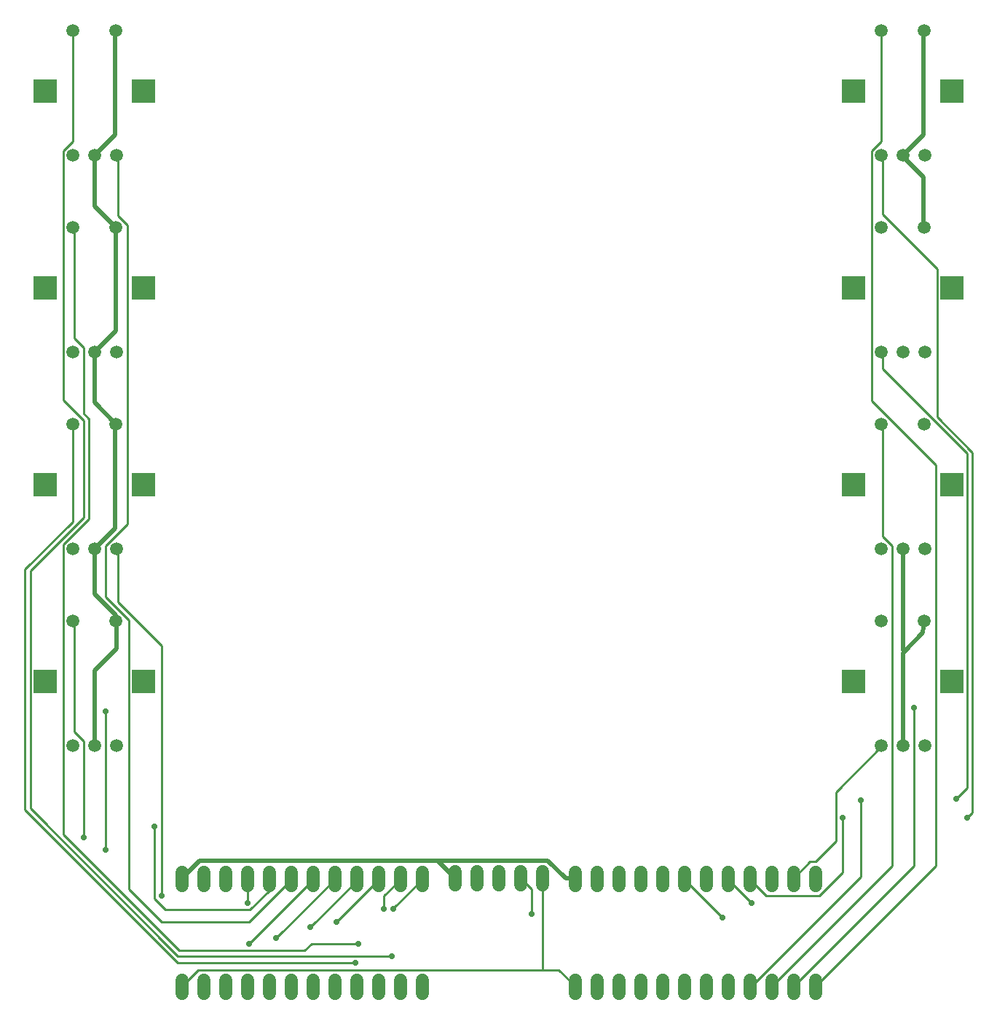
<source format=gbr>
G04 EAGLE Gerber RS-274X export*
G75*
%MOMM*%
%FSLAX34Y34*%
%LPD*%
%INTop Copper*%
%IPPOS*%
%AMOC8*
5,1,8,0,0,1.08239X$1,22.5*%
G01*
G04 Define Apertures*
%ADD10C,1.508000*%
%ADD11R,2.700000X2.700000*%
%ADD12C,1.524000*%
%ADD13C,0.508000*%
%ADD14C,0.254000*%
%ADD15C,0.711200*%
D10*
X-469900Y966400D03*
X-494900Y966400D03*
X-444400Y966400D03*
X-494900Y1111400D03*
X-444900Y1111400D03*
D11*
X-526900Y1041400D03*
X-412900Y1041400D03*
D10*
X-469900Y737800D03*
X-494900Y737800D03*
X-444400Y737800D03*
X-494900Y882800D03*
X-444900Y882800D03*
D11*
X-526900Y812800D03*
X-412900Y812800D03*
D10*
X-469900Y509200D03*
X-494900Y509200D03*
X-444400Y509200D03*
X-494900Y654200D03*
X-444900Y654200D03*
D11*
X-526900Y584200D03*
X-412900Y584200D03*
D10*
X-469900Y280600D03*
X-494900Y280600D03*
X-444400Y280600D03*
X-494900Y425600D03*
X-444900Y425600D03*
D11*
X-526900Y355600D03*
X-412900Y355600D03*
D10*
X469900Y966400D03*
X444900Y966400D03*
X495400Y966400D03*
X444900Y1111400D03*
X494900Y1111400D03*
D11*
X412900Y1041400D03*
X526900Y1041400D03*
D10*
X469900Y737800D03*
X444900Y737800D03*
X495400Y737800D03*
X444900Y882800D03*
X494900Y882800D03*
D11*
X412900Y812800D03*
X526900Y812800D03*
D10*
X469900Y509200D03*
X444900Y509200D03*
X495400Y509200D03*
X444900Y654200D03*
X494900Y654200D03*
D11*
X412900Y584200D03*
X526900Y584200D03*
D10*
X469900Y280600D03*
X444900Y280600D03*
X495400Y280600D03*
X444900Y425600D03*
X494900Y425600D03*
D11*
X412900Y355600D03*
X526900Y355600D03*
D12*
X-88900Y133458D02*
X-88900Y118218D01*
X-114300Y118218D02*
X-114300Y133458D01*
X-139700Y133458D02*
X-139700Y118218D01*
X-165100Y118218D02*
X-165100Y133458D01*
X-190500Y133458D02*
X-190500Y118218D01*
X-215900Y118218D02*
X-215900Y133458D01*
X-241300Y133458D02*
X-241300Y118218D01*
X-266700Y118218D02*
X-266700Y133458D01*
X-292100Y133458D02*
X-292100Y118218D01*
X-317500Y118218D02*
X-317500Y133458D01*
X-342900Y133458D02*
X-342900Y118218D01*
X-368300Y118218D02*
X-368300Y133458D01*
X-88900Y8782D02*
X-88900Y-6458D01*
X-114300Y-6458D02*
X-114300Y8782D01*
X-139700Y8782D02*
X-139700Y-6458D01*
X-165100Y-6458D02*
X-165100Y8782D01*
X-190500Y8782D02*
X-190500Y-6458D01*
X-215900Y-6458D02*
X-215900Y8782D01*
X-241300Y8782D02*
X-241300Y-6458D01*
X-266700Y-6458D02*
X-266700Y8782D01*
X-292100Y8782D02*
X-292100Y-6458D01*
X-317500Y-6458D02*
X-317500Y8782D01*
X-342900Y8782D02*
X-342900Y-6458D01*
X-368300Y-6458D02*
X-368300Y8782D01*
X368300Y118218D02*
X368300Y133458D01*
X342900Y133458D02*
X342900Y118218D01*
X317500Y118218D02*
X317500Y133458D01*
X292100Y133458D02*
X292100Y118218D01*
X266700Y118218D02*
X266700Y133458D01*
X241300Y133458D02*
X241300Y118218D01*
X215900Y118218D02*
X215900Y133458D01*
X190500Y133458D02*
X190500Y118218D01*
X165100Y118218D02*
X165100Y133458D01*
X139700Y133458D02*
X139700Y118218D01*
X114300Y118218D02*
X114300Y133458D01*
X88900Y133458D02*
X88900Y118218D01*
X368300Y8782D02*
X368300Y-6458D01*
X342900Y-6458D02*
X342900Y8782D01*
X317500Y8782D02*
X317500Y-6458D01*
X292100Y-6458D02*
X292100Y8782D01*
X266700Y8782D02*
X266700Y-6458D01*
X241300Y-6458D02*
X241300Y8782D01*
X215900Y8782D02*
X215900Y-6458D01*
X190500Y-6458D02*
X190500Y8782D01*
X165100Y8782D02*
X165100Y-6458D01*
X139700Y-6458D02*
X139700Y8782D01*
X114300Y8782D02*
X114300Y-6458D01*
X88900Y-6458D02*
X88900Y8782D01*
X-50800Y119380D02*
X-50800Y134620D01*
X-25400Y134620D02*
X-25400Y119380D01*
X0Y119380D02*
X0Y134620D01*
X25400Y134620D02*
X25400Y119380D01*
X50800Y119380D02*
X50800Y134620D01*
D13*
X469900Y280600D02*
X469900Y388938D01*
X471488Y390525D02*
X493214Y412251D01*
X471488Y390525D02*
X469900Y388938D01*
X493214Y412251D02*
X494900Y425600D01*
X469900Y392113D02*
X469900Y509200D01*
X469900Y392113D02*
X471488Y390525D01*
X493713Y884238D02*
X493713Y941388D01*
X469900Y965200D01*
X493713Y884238D02*
X494900Y882800D01*
X469900Y965200D02*
X469900Y966400D01*
X493713Y990600D02*
X493713Y1111250D01*
X493713Y990600D02*
X471488Y968375D01*
X493713Y1111250D02*
X494900Y1111400D01*
X471488Y968375D02*
X469900Y966400D01*
X-469900Y737800D02*
X-469900Y679450D01*
X-446088Y655638D01*
X-444900Y654200D01*
X-469900Y907800D02*
X-469900Y966400D01*
X-446088Y990600D02*
X-446088Y1111250D01*
X-446088Y990600D02*
X-468313Y968375D01*
X-446088Y1111250D02*
X-444900Y1111400D01*
X-468313Y968375D02*
X-469900Y966400D01*
X-469900Y509200D02*
X-469900Y457200D01*
X-446088Y533400D02*
X-446088Y652463D01*
X-446088Y533400D02*
X-468313Y511175D01*
X-446088Y652463D02*
X-444900Y654200D01*
X-468313Y511175D02*
X-469900Y509200D01*
X-469900Y457200D02*
X-444900Y432200D01*
X-444900Y425600D01*
X-469900Y368300D02*
X-469900Y280600D01*
X-469900Y368300D02*
X-444500Y393700D01*
X-444500Y425200D01*
X-444900Y425600D01*
X-469900Y737800D02*
X-444900Y762800D01*
X-444900Y882800D01*
X-469900Y907800D01*
D14*
X-349250Y20638D02*
X-368300Y1588D01*
X50800Y20638D02*
X69850Y20638D01*
X50800Y20638D02*
X-349250Y20638D01*
X69850Y20638D02*
X88900Y1588D01*
X-368300Y1588D02*
X-368300Y1162D01*
X88900Y1588D02*
X88900Y1162D01*
X50800Y20638D02*
X50800Y127000D01*
X-400050Y103188D02*
X-400050Y187325D01*
X-400050Y103188D02*
X-387350Y90488D01*
X-288925Y90488D01*
X-266700Y112713D01*
X-266700Y125838D01*
D15*
X-400050Y187325D03*
D14*
X446088Y898525D02*
X446088Y965200D01*
X446088Y898525D02*
X509588Y835025D01*
X550863Y203200D02*
X544513Y196850D01*
X446088Y965200D02*
X444900Y966400D01*
D15*
X544513Y196850D03*
D14*
X509588Y662748D02*
X509588Y835025D01*
X509588Y662748D02*
X550863Y621473D01*
X550863Y203200D01*
X-495300Y541338D02*
X-495300Y654050D01*
X-495300Y541338D02*
X-550863Y485775D01*
X-550863Y206375D01*
X-373063Y28575D01*
X-166688Y28575D01*
X-494900Y654200D02*
X-495300Y654050D01*
D15*
X-166688Y28575D03*
D14*
X317500Y1588D02*
X457200Y141288D01*
X317500Y1588D02*
X317500Y1162D01*
X446088Y653013D02*
X444900Y654200D01*
X446088Y653013D02*
X446088Y524064D01*
X457200Y512951D02*
X457200Y141288D01*
X457200Y512951D02*
X446088Y524064D01*
X-493713Y425450D02*
X-493713Y296863D01*
X-482600Y285750D01*
X-482600Y174625D01*
X-493713Y425450D02*
X-494900Y425600D01*
D15*
X-482600Y174625D03*
D14*
X-442913Y896938D02*
X-442913Y965200D01*
X-442913Y896938D02*
X-431800Y885825D01*
X-431800Y538163D01*
X-457200Y512763D01*
X-457200Y454025D01*
X-430213Y427038D01*
X-430213Y114300D01*
X-392113Y76200D01*
X-290513Y76200D01*
X-241300Y125413D01*
X-442913Y965200D02*
X-444400Y966400D01*
X-241300Y125838D02*
X-241300Y125413D01*
X215900Y125413D02*
X260350Y80963D01*
X215900Y125413D02*
X215900Y125838D01*
D15*
X260350Y80963D03*
D14*
X-215900Y125413D02*
X-290513Y50800D01*
X-215900Y125413D02*
X-215900Y125838D01*
D15*
X-290513Y50800D03*
D14*
X531813Y219075D02*
X544513Y231775D01*
X446088Y736600D02*
X444900Y737800D01*
D15*
X531813Y219075D03*
D14*
X446088Y719064D02*
X446088Y736600D01*
X544513Y620639D02*
X544513Y231775D01*
X544513Y620639D02*
X446088Y719064D01*
X-190500Y125413D02*
X-258763Y57150D01*
X-190500Y125413D02*
X-190500Y125838D01*
D15*
X-258763Y57150D03*
D14*
X266700Y125413D02*
X293688Y98425D01*
X266700Y125413D02*
X266700Y125838D01*
D15*
X293688Y98425D03*
D14*
X-457200Y160338D02*
X-457200Y320675D01*
X-219075Y69850D02*
X-165100Y123825D01*
X-165100Y125838D01*
D15*
X-457200Y320675D03*
X-457200Y160338D03*
X-219075Y69850D03*
D14*
X400050Y133350D02*
X400050Y196850D01*
X400050Y133350D02*
X373063Y106363D01*
X311150Y106363D01*
X292100Y125413D01*
X292100Y125838D01*
D15*
X400050Y196850D03*
D14*
X-442913Y447675D02*
X-442913Y508000D01*
X-442913Y447675D02*
X-392113Y396875D01*
X-392113Y106363D01*
X-188913Y76200D02*
X-139700Y125413D01*
X-442913Y508000D02*
X-444400Y509200D01*
X-139700Y125838D02*
X-139700Y125413D01*
D15*
X-392113Y106363D03*
X-188913Y76200D03*
D14*
X-133350Y106363D02*
X-114300Y125413D01*
X-114300Y125838D01*
D15*
X-133350Y91059D03*
D14*
X-133350Y106363D01*
X444900Y279800D02*
X444900Y280600D01*
X444900Y279800D02*
X392113Y227013D01*
X392113Y169863D01*
X368300Y146050D01*
X361950Y146050D01*
X342900Y127000D01*
X342900Y125838D01*
X-88900Y125413D02*
X-122238Y92075D01*
X-88900Y125413D02*
X-88900Y125838D01*
D15*
X-122238Y91059D03*
D14*
X-122238Y92075D01*
X-495300Y982663D02*
X-495300Y1111250D01*
X-495300Y982663D02*
X-506413Y971550D01*
X-506413Y682625D01*
X-482600Y658813D01*
X-482600Y546100D01*
X-544513Y484188D01*
X-544513Y207963D01*
X-373063Y36513D01*
X-123825Y36513D01*
X-495300Y1111250D02*
X-494900Y1111400D01*
D15*
X-123825Y36513D03*
D14*
X444500Y982663D02*
X444500Y1111250D01*
X444500Y982663D02*
X433388Y971550D01*
X508000Y141288D02*
X368300Y1588D01*
X444500Y1111250D02*
X444900Y1111400D01*
X368300Y1588D02*
X368300Y1162D01*
X433388Y681764D02*
X433388Y971550D01*
X508000Y607151D02*
X508000Y141288D01*
X508000Y607151D02*
X433388Y681764D01*
X-493713Y754063D02*
X-493713Y882650D01*
X-493713Y754063D02*
X-482600Y742950D01*
X-482600Y666750D01*
X-476250Y660400D01*
X-476250Y544513D01*
X-506413Y514350D01*
X-506413Y177800D01*
X-371475Y42863D01*
X-225425Y42863D01*
X-217488Y50800D01*
X-163513Y50800D01*
X-493713Y882650D02*
X-494900Y882800D01*
D15*
X-163513Y50800D03*
D14*
X482600Y141288D02*
X482600Y325438D01*
X482600Y141288D02*
X342900Y1588D01*
X342900Y1162D01*
D15*
X482600Y325438D03*
D14*
X-292100Y125838D02*
X-292100Y98425D01*
X25400Y127000D02*
X38100Y114300D01*
X38100Y85725D01*
D15*
X-292100Y98425D03*
X38100Y85725D03*
D13*
X-347663Y147638D02*
X-368300Y127000D01*
X-347663Y147638D02*
X-71438Y147638D01*
X-69850Y146050D02*
X-50800Y127000D01*
X-69850Y146050D02*
X-71438Y147638D01*
X-368300Y127000D02*
X-368300Y125838D01*
X77788Y127000D02*
X88900Y127000D01*
X77788Y127000D02*
X57150Y147638D01*
X-68263Y147638D01*
X88900Y127000D02*
X88900Y125838D01*
X-68263Y147638D02*
X-69850Y146050D01*
D14*
X420688Y128588D02*
X420688Y217488D01*
X420688Y128588D02*
X293262Y1162D01*
X292100Y1162D01*
D15*
X420688Y217488D03*
M02*

</source>
